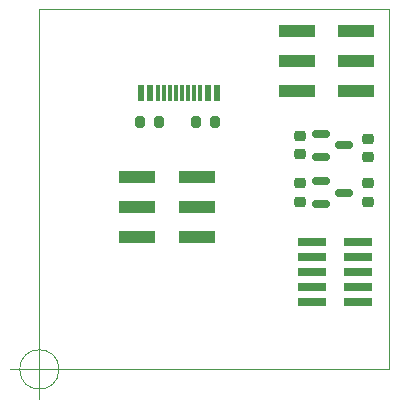
<source format=gbr>
G04 #@! TF.GenerationSoftware,KiCad,Pcbnew,(6.99.0-1917-g23fb4c7433)*
G04 #@! TF.CreationDate,2022-06-21T14:10:18+10:00*
G04 #@! TF.ProjectId,JtagArm20Adapter,4a746167-4172-46d3-9230-416461707465,rev?*
G04 #@! TF.SameCoordinates,PX8404630PY68290a0*
G04 #@! TF.FileFunction,Paste,Top*
G04 #@! TF.FilePolarity,Positive*
%FSLAX46Y46*%
G04 Gerber Fmt 4.6, Leading zero omitted, Abs format (unit mm)*
G04 Created by KiCad (PCBNEW (6.99.0-1917-g23fb4c7433)) date 2022-06-21 14:10:18*
%MOMM*%
%LPD*%
G01*
G04 APERTURE LIST*
G04 Aperture macros list*
%AMRoundRect*
0 Rectangle with rounded corners*
0 $1 Rounding radius*
0 $2 $3 $4 $5 $6 $7 $8 $9 X,Y pos of 4 corners*
0 Add a 4 corners polygon primitive as box body*
4,1,4,$2,$3,$4,$5,$6,$7,$8,$9,$2,$3,0*
0 Add four circle primitives for the rounded corners*
1,1,$1+$1,$2,$3*
1,1,$1+$1,$4,$5*
1,1,$1+$1,$6,$7*
1,1,$1+$1,$8,$9*
0 Add four rect primitives between the rounded corners*
20,1,$1+$1,$2,$3,$4,$5,0*
20,1,$1+$1,$4,$5,$6,$7,0*
20,1,$1+$1,$6,$7,$8,$9,0*
20,1,$1+$1,$8,$9,$2,$3,0*%
G04 Aperture macros list end*
%ADD10R,2.400000X0.740000*%
%ADD11RoundRect,0.225000X0.250000X-0.225000X0.250000X0.225000X-0.250000X0.225000X-0.250000X-0.225000X0*%
%ADD12RoundRect,0.200000X-0.200000X-0.275000X0.200000X-0.275000X0.200000X0.275000X-0.200000X0.275000X0*%
%ADD13RoundRect,0.200000X0.200000X0.275000X-0.200000X0.275000X-0.200000X-0.275000X0.200000X-0.275000X0*%
%ADD14R,3.150000X1.000000*%
%ADD15RoundRect,0.150000X-0.587500X-0.150000X0.587500X-0.150000X0.587500X0.150000X-0.587500X0.150000X0*%
%ADD16RoundRect,0.225000X-0.250000X0.225000X-0.250000X-0.225000X0.250000X-0.225000X0.250000X0.225000X0*%
%ADD17R,0.600000X1.450000*%
%ADD18R,0.300000X1.450000*%
G04 #@! TA.AperFunction,Profile*
%ADD19C,0.050000*%
G04 #@! TD*
G04 APERTURE END LIST*
D10*
X27019999Y5679999D03*
X23119999Y5679999D03*
X27019999Y6949999D03*
X23119999Y6949999D03*
X27019999Y8219999D03*
X23119999Y8219999D03*
X27019999Y9489999D03*
X23119999Y9489999D03*
X27019999Y10759999D03*
X23119999Y10759999D03*
D11*
X22070000Y14195000D03*
X22070000Y15745000D03*
D12*
X8495000Y20970000D03*
X10145000Y20970000D03*
D13*
X14895000Y20970000D03*
X13245000Y20970000D03*
D14*
X13344999Y11179999D03*
X8294999Y11179999D03*
X13344999Y13719999D03*
X8294999Y13719999D03*
X13344999Y16259999D03*
X8294999Y16259999D03*
D15*
X23882500Y19920000D03*
X23882500Y18020000D03*
X25757500Y18970000D03*
D14*
X26844999Y23579999D03*
X21794999Y23579999D03*
X26844999Y26119999D03*
X21794999Y26119999D03*
X26844999Y28659999D03*
X21794999Y28659999D03*
D16*
X27820000Y19495000D03*
X27820000Y17945000D03*
D11*
X27820000Y14195000D03*
X27820000Y15745000D03*
D17*
X15069999Y23424999D03*
X14269999Y23424999D03*
D18*
X13069999Y23424999D03*
X12069999Y23424999D03*
X11569999Y23424999D03*
X10569999Y23424999D03*
D17*
X9369999Y23424999D03*
X8569999Y23424999D03*
X8569999Y23424999D03*
X9369999Y23424999D03*
D18*
X10069999Y23424999D03*
X11069999Y23424999D03*
X12569999Y23424999D03*
X13569999Y23424999D03*
D17*
X14269999Y23424999D03*
X15069999Y23424999D03*
D15*
X23882500Y15920000D03*
X23882500Y14020000D03*
X25757500Y14970000D03*
D11*
X22070000Y18195000D03*
X22070000Y19745000D03*
D19*
X1667462Y-1320D02*
G75*
G03*
X1667462Y-1320I-1666666J0D01*
G01*
X-2499204Y-1320D02*
X2500796Y-1320D01*
X796Y2498680D02*
X796Y-2501320D01*
X0Y0D02*
X0Y30480000D01*
X29570000Y30480000D02*
X29570000Y0D01*
X0Y30480000D02*
X29570000Y30480000D01*
X29570000Y0D02*
X0Y0D01*
M02*

</source>
